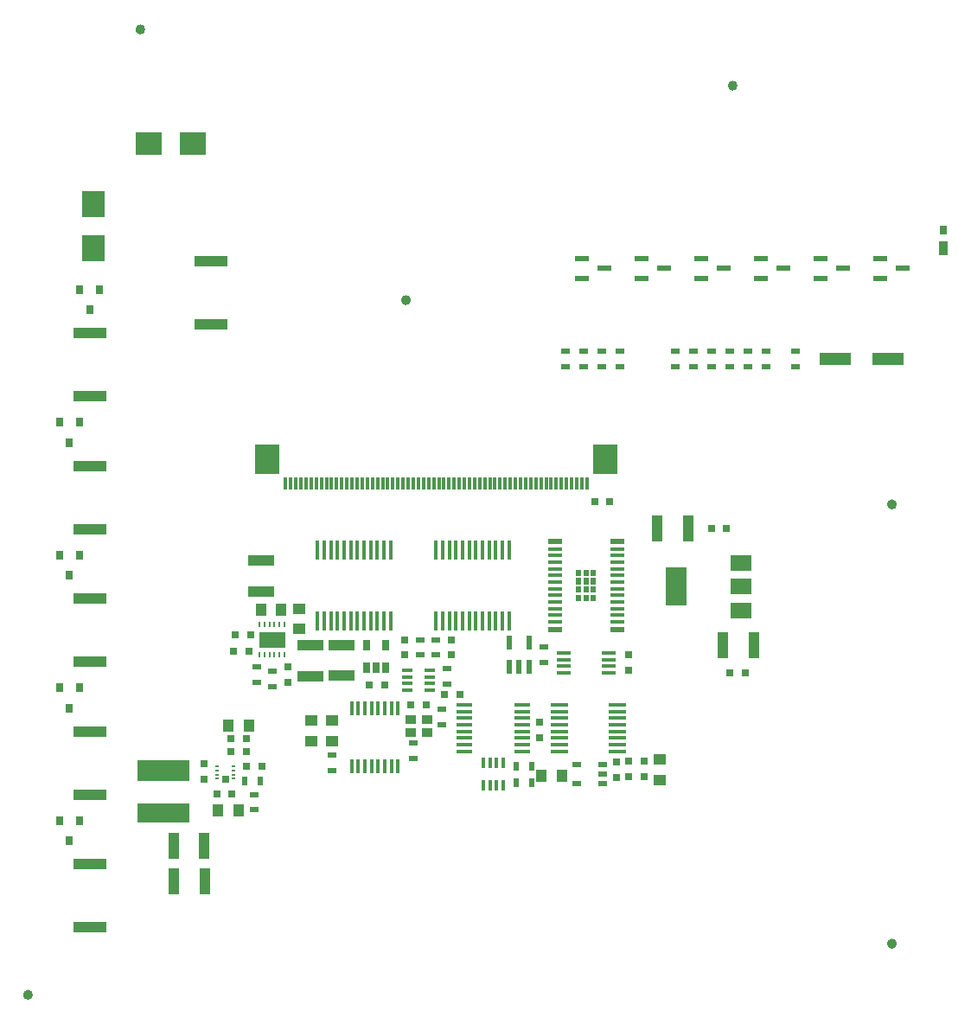
<source format=gtp>
G04 #@! TF.GenerationSoftware,KiCad,Pcbnew,(5.1.6-0-10_14)*
G04 #@! TF.CreationDate,2021-10-06T17:17:57+09:00*
G04 #@! TF.ProjectId,qPCR-main,71504352-2d6d-4616-996e-2e6b69636164,rev?*
G04 #@! TF.SameCoordinates,Original*
G04 #@! TF.FileFunction,Paste,Top*
G04 #@! TF.FilePolarity,Positive*
%FSLAX46Y46*%
G04 Gerber Fmt 4.6, Leading zero omitted, Abs format (unit mm)*
G04 Created by KiCad (PCBNEW (5.1.6-0-10_14)) date 2021-10-06 17:17:57*
%MOMM*%
%LPD*%
G01*
G04 APERTURE LIST*
%ADD10C,0.475000*%
%ADD11C,0.100000*%
%ADD12R,1.350000X0.600000*%
%ADD13R,1.350000X0.400000*%
%ADD14R,0.440000X1.900000*%
%ADD15R,0.457200X0.200000*%
%ADD16R,0.678200X0.711200*%
%ADD17R,0.249999X0.499999*%
%ADD18R,2.500000X1.500000*%
%ADD19R,0.750000X0.800000*%
%ADD20R,1.000000X1.250000*%
%ADD21R,1.000000X2.500000*%
%ADD22R,0.800000X0.750000*%
%ADD23R,1.570000X0.410000*%
%ADD24R,0.355600X1.473200*%
%ADD25R,0.900000X0.500000*%
%ADD26R,1.000000X0.900000*%
%ADD27R,1.250000X1.000000*%
%ADD28R,1.450000X0.450000*%
%ADD29R,1.450000X0.400000*%
%ADD30R,1.320800X0.558800*%
%ADD31R,0.650000X1.060000*%
%ADD32R,1.060000X0.400000*%
%ADD33R,0.400000X1.060000*%
%ADD34R,1.676400X0.355600*%
%ADD35R,0.800000X0.900000*%
%ADD36R,2.000000X1.500000*%
%ADD37R,2.000000X3.800000*%
%ADD38R,2.400000X3.000000*%
%ADD39R,0.300000X1.250000*%
%ADD40R,0.825500X0.508000*%
%ADD41R,3.098800X1.219200*%
%ADD42R,5.100000X1.900000*%
%ADD43R,5.100000X2.100000*%
%ADD44R,2.500000X1.000000*%
%ADD45R,2.500000X2.300000*%
%ADD46R,2.300000X2.500000*%
%ADD47R,0.500000X0.900000*%
%ADD48R,3.200000X1.000000*%
%ADD49R,0.889000X1.397000*%
%ADD50R,0.762000X0.863600*%
%ADD51R,0.558800X1.473200*%
G04 APERTURE END LIST*
D10*
X125137500Y-79500000D02*
G75*
G03*
X125137500Y-79500000I-237500J0D01*
G01*
X172737500Y-99500000D02*
G75*
G03*
X172737500Y-99500000I-237500J0D01*
G01*
X172737500Y-142500000D02*
G75*
G03*
X172737500Y-142500000I-237500J0D01*
G01*
X88137500Y-147500000D02*
G75*
G03*
X88137500Y-147500000I-237500J0D01*
G01*
X157137500Y-58500000D02*
G75*
G03*
X157137500Y-58500000I-237500J0D01*
G01*
X99137500Y-53000000D02*
G75*
G03*
X99137500Y-53000000I-237500J0D01*
G01*
D11*
G36*
X142080000Y-108350000D02*
G01*
X142080000Y-108950000D01*
X141580000Y-108950000D01*
X141580000Y-108350000D01*
X142080000Y-108350000D01*
G37*
G36*
X143480000Y-108350000D02*
G01*
X143480000Y-108950000D01*
X142980000Y-108950000D01*
X142980000Y-108350000D01*
X143480000Y-108350000D01*
G37*
G36*
X143480000Y-107530000D02*
G01*
X143480000Y-108130000D01*
X142980000Y-108130000D01*
X142980000Y-107530000D01*
X143480000Y-107530000D01*
G37*
G36*
X142080000Y-107530000D02*
G01*
X142080000Y-108130000D01*
X141580000Y-108130000D01*
X141580000Y-107530000D01*
X142080000Y-107530000D01*
G37*
G36*
X142780000Y-107530000D02*
G01*
X142780000Y-108130000D01*
X142280000Y-108130000D01*
X142280000Y-107530000D01*
X142780000Y-107530000D01*
G37*
G36*
X142780000Y-108350000D02*
G01*
X142780000Y-108950000D01*
X142280000Y-108950000D01*
X142280000Y-108350000D01*
X142780000Y-108350000D01*
G37*
G36*
X142080000Y-105890000D02*
G01*
X142080000Y-106490000D01*
X141580000Y-106490000D01*
X141580000Y-105890000D01*
X142080000Y-105890000D01*
G37*
G36*
X143480000Y-105890000D02*
G01*
X143480000Y-106490000D01*
X142980000Y-106490000D01*
X142980000Y-105890000D01*
X143480000Y-105890000D01*
G37*
G36*
X142780000Y-105890000D02*
G01*
X142780000Y-106490000D01*
X142280000Y-106490000D01*
X142280000Y-105890000D01*
X142780000Y-105890000D01*
G37*
G36*
X143480000Y-106710000D02*
G01*
X143480000Y-107310000D01*
X142980000Y-107310000D01*
X142980000Y-106710000D01*
X143480000Y-106710000D01*
G37*
G36*
X142080000Y-106710000D02*
G01*
X142080000Y-107310000D01*
X141580000Y-107310000D01*
X141580000Y-106710000D01*
X142080000Y-106710000D01*
G37*
G36*
X142780000Y-106710000D02*
G01*
X142780000Y-107310000D01*
X142280000Y-107310000D01*
X142280000Y-106710000D01*
X142780000Y-106710000D01*
G37*
D12*
X145580000Y-103105000D03*
X139480000Y-103105000D03*
D13*
X145580000Y-103855000D03*
X139480000Y-103855000D03*
X145580000Y-104505000D03*
X139480000Y-104505000D03*
X145580000Y-105155000D03*
X139480000Y-105155000D03*
X145580000Y-105805000D03*
X139480000Y-105805000D03*
X145580000Y-106455000D03*
X139480000Y-106455000D03*
X145580000Y-107105000D03*
X139480000Y-107105000D03*
X145580000Y-107755000D03*
X139480000Y-107755000D03*
X145580000Y-108405000D03*
X139480000Y-108405000D03*
X145580000Y-109055000D03*
X139480000Y-109055000D03*
X145580000Y-109705000D03*
X139480000Y-109705000D03*
X145580000Y-110355000D03*
X139480000Y-110355000D03*
X145580000Y-111005000D03*
X139480000Y-111005000D03*
D12*
X145580000Y-111755000D03*
X139480000Y-111755000D03*
D14*
X127855000Y-110935000D03*
X128505000Y-110935000D03*
X129155000Y-110935000D03*
X129805000Y-110935000D03*
X130455000Y-110935000D03*
X131105000Y-110935000D03*
X131755000Y-110935000D03*
X132405000Y-110935000D03*
X133055000Y-110935000D03*
X133705000Y-110935000D03*
X134355000Y-110935000D03*
X135005000Y-110935000D03*
X135005000Y-103925000D03*
X134355000Y-103925000D03*
X133705000Y-103925000D03*
X133055000Y-103925000D03*
X132405000Y-103925000D03*
X131755000Y-103925000D03*
X131105000Y-103925000D03*
X130455000Y-103925000D03*
X129805000Y-103925000D03*
X129155000Y-103925000D03*
X128505000Y-103925000D03*
X127855000Y-103925000D03*
X116255000Y-110935000D03*
X116905000Y-110935000D03*
X117555000Y-110935000D03*
X118205000Y-110935000D03*
X118855000Y-110935000D03*
X119505000Y-110935000D03*
X120155000Y-110935000D03*
X120805000Y-110935000D03*
X121455000Y-110935000D03*
X122105000Y-110935000D03*
X122755000Y-110935000D03*
X123405000Y-110935000D03*
X123405000Y-103925000D03*
X122755000Y-103925000D03*
X122105000Y-103925000D03*
X121455000Y-103925000D03*
X120805000Y-103925000D03*
X120155000Y-103925000D03*
X119505000Y-103925000D03*
X118855000Y-103925000D03*
X118205000Y-103925000D03*
X117555000Y-103925000D03*
X116905000Y-103925000D03*
X116255000Y-103925000D03*
D15*
X106445000Y-125150001D03*
X106445000Y-125550000D03*
X106445000Y-125950000D03*
X106445000Y-126349999D03*
X107995000Y-126349999D03*
X107995000Y-125950000D03*
X107995000Y-125550000D03*
X107995000Y-125150001D03*
D16*
X107220000Y-126398000D03*
D17*
X110540000Y-114180000D03*
X111039999Y-114180000D03*
X111540000Y-114180000D03*
X112040000Y-114180000D03*
X112540001Y-114180000D03*
X113040000Y-114180000D03*
X113040000Y-111280000D03*
X112540001Y-111280000D03*
X112040000Y-111280000D03*
X111540000Y-111280000D03*
X111039999Y-111280000D03*
X110540000Y-111280000D03*
D18*
X111790000Y-112730000D03*
D19*
X105150000Y-126400000D03*
X105150000Y-124900000D03*
D20*
X108500000Y-129480000D03*
X106500000Y-129480000D03*
D21*
X102150000Y-132910000D03*
X105150000Y-132910000D03*
D22*
X107880000Y-127800000D03*
X106380000Y-127800000D03*
D23*
X136340000Y-119125000D03*
X136340000Y-119775000D03*
X136340000Y-120425000D03*
X136340000Y-121075000D03*
X136340000Y-121725000D03*
X136340000Y-122375000D03*
X136340000Y-123025000D03*
X136340000Y-123675000D03*
X130600000Y-123675000D03*
X130600000Y-123025000D03*
X130600000Y-122375000D03*
X130600000Y-121725000D03*
X130600000Y-121075000D03*
X130600000Y-120425000D03*
X130600000Y-119775000D03*
X130600000Y-119125000D03*
D24*
X124144999Y-125129400D03*
X123494998Y-125129400D03*
X122844999Y-125129400D03*
X122194998Y-125129400D03*
X121544999Y-125129400D03*
X120895001Y-125129400D03*
X120244999Y-125129400D03*
X119595001Y-125129400D03*
X119595001Y-119490600D03*
X120245002Y-119490600D03*
X120895001Y-119490600D03*
X121545002Y-119490600D03*
X122195001Y-119490600D03*
X122844999Y-119490600D03*
X123495001Y-119490600D03*
X124144999Y-119490600D03*
D25*
X117660000Y-125520000D03*
X117660000Y-124020000D03*
X128460000Y-119570000D03*
X128460000Y-121070000D03*
D22*
X126900000Y-119140000D03*
X125400000Y-119140000D03*
D26*
X126962500Y-120577500D03*
X125337500Y-120577500D03*
X125337500Y-121802500D03*
X126962500Y-121802500D03*
D27*
X115640000Y-120660000D03*
X115640000Y-122660000D03*
D28*
X140330000Y-114000000D03*
D29*
X140330000Y-114675000D03*
X140330000Y-115325000D03*
D28*
X140330000Y-116000000D03*
X144730000Y-116000000D03*
D29*
X144730000Y-115325000D03*
X144730000Y-114675000D03*
D28*
X144730000Y-114000000D03*
D30*
X173525532Y-76400000D03*
X171341132Y-77339800D03*
X171341132Y-75460200D03*
X167692199Y-76400000D03*
X165507799Y-77339800D03*
X165507799Y-75460200D03*
X148007800Y-75460200D03*
X148007800Y-77339800D03*
X150192200Y-76400000D03*
X144358867Y-76400000D03*
X142174467Y-77339800D03*
X142174467Y-75460200D03*
X159674466Y-75460200D03*
X159674466Y-77339800D03*
X161858866Y-76400000D03*
X153841133Y-75460200D03*
X153841133Y-77339800D03*
X156025533Y-76400000D03*
D31*
X121030000Y-113320000D03*
X122930000Y-113320000D03*
X122930000Y-115520000D03*
X121980000Y-115520000D03*
X121030000Y-115520000D03*
D32*
X125010000Y-115730000D03*
X125010000Y-116380000D03*
X125010000Y-117040000D03*
X125010000Y-117690000D03*
X127210000Y-117690000D03*
X127210000Y-117040000D03*
X127210000Y-116380000D03*
X127210000Y-115730000D03*
D33*
X134450000Y-126980000D03*
X133800000Y-126980000D03*
X133140000Y-126980000D03*
X132490000Y-126980000D03*
X132490000Y-124780000D03*
X133140000Y-124780000D03*
X133800000Y-124780000D03*
X134450000Y-124780000D03*
D34*
X145579400Y-119125001D03*
X145579400Y-119775002D03*
X145579400Y-120425001D03*
X145579400Y-121075002D03*
X145579400Y-121725001D03*
X145579400Y-122374999D03*
X145579400Y-123025001D03*
X145579400Y-123674999D03*
X139940600Y-123674999D03*
X139940600Y-123024998D03*
X139940600Y-122374999D03*
X139940600Y-121724998D03*
X139940600Y-121074999D03*
X139940600Y-120425001D03*
X139940600Y-119774999D03*
X139940600Y-119125001D03*
D35*
X93936000Y-80450000D03*
X92986000Y-78450000D03*
X94886000Y-78450000D03*
X92926000Y-91450000D03*
X91026000Y-91450000D03*
X91976000Y-93450000D03*
X91976000Y-106450000D03*
X91026000Y-104450000D03*
X92926000Y-104450000D03*
X92926000Y-117450000D03*
X91026000Y-117450000D03*
X91976000Y-119450000D03*
X91976000Y-132450000D03*
X91026000Y-130450000D03*
X92926000Y-130450000D03*
D36*
X157700000Y-109860000D03*
X157700000Y-105260000D03*
X157700000Y-107560000D03*
D37*
X151400000Y-107560000D03*
D38*
X111330000Y-95105000D03*
X144430000Y-95105000D03*
D39*
X113130000Y-97430000D03*
X113630000Y-97430000D03*
X114130000Y-97430000D03*
X114630000Y-97430000D03*
X115130000Y-97430000D03*
X115630000Y-97430000D03*
X116130000Y-97430000D03*
X116630000Y-97430000D03*
X117130000Y-97430000D03*
X117630000Y-97430000D03*
X118130000Y-97430000D03*
X118630000Y-97430000D03*
X119130000Y-97430000D03*
X119630000Y-97430000D03*
X120130000Y-97430000D03*
X120630000Y-97430000D03*
X121130000Y-97430000D03*
X121630000Y-97430000D03*
X122130000Y-97430000D03*
X122630000Y-97430000D03*
X123130000Y-97430000D03*
X123630000Y-97430000D03*
X124130000Y-97430000D03*
X124630000Y-97430000D03*
X125130000Y-97430000D03*
X125630000Y-97430000D03*
X126130000Y-97430000D03*
X126630000Y-97430000D03*
X127130000Y-97430000D03*
X127630000Y-97430000D03*
X128130000Y-97430000D03*
X128630000Y-97430000D03*
X129130000Y-97430000D03*
X129630000Y-97430000D03*
X130130000Y-97430000D03*
X130630000Y-97430000D03*
X131130000Y-97430000D03*
X131630000Y-97430000D03*
X132130000Y-97430000D03*
X132630000Y-97430000D03*
X133130000Y-97430000D03*
X133630000Y-97430000D03*
X134130000Y-97430000D03*
X134630000Y-97430000D03*
X135130000Y-97430000D03*
X135630000Y-97430000D03*
X136130000Y-97430000D03*
X136630000Y-97430000D03*
X137130000Y-97430000D03*
X137630000Y-97430000D03*
X138130000Y-97430000D03*
X138630000Y-97430000D03*
X139130000Y-97430000D03*
X139630000Y-97430000D03*
X140130000Y-97430000D03*
X140630000Y-97430000D03*
X141130000Y-97430000D03*
X141630000Y-97430000D03*
X142130000Y-97430000D03*
X142630000Y-97430000D03*
D40*
X141636350Y-126832500D03*
X141636350Y-124927500D03*
X144163650Y-124940200D03*
X144163650Y-125880000D03*
X144163650Y-126819800D03*
D41*
X172092700Y-85270000D03*
X166987300Y-85270000D03*
D42*
X101200000Y-129730000D03*
D43*
X101200000Y-125530000D03*
D27*
X117660000Y-122640000D03*
X117660000Y-120640000D03*
D19*
X138000000Y-122330000D03*
X138000000Y-120830000D03*
D22*
X128690000Y-118080000D03*
X130190000Y-118080000D03*
D19*
X124820000Y-112730000D03*
X124820000Y-114230000D03*
X129392000Y-114230000D03*
X129392000Y-112730000D03*
D22*
X121340000Y-117160000D03*
X122840000Y-117160000D03*
D19*
X146720000Y-114250000D03*
X146720000Y-115750000D03*
D22*
X143380000Y-99250000D03*
X144880000Y-99250000D03*
X109290000Y-125110000D03*
X110790000Y-125110000D03*
X109258000Y-123704000D03*
X107758000Y-123704000D03*
X109258000Y-122434000D03*
X107758000Y-122434000D03*
D20*
X107508000Y-121164000D03*
X109508000Y-121164000D03*
D21*
X105210000Y-136430000D03*
X102210000Y-136430000D03*
D27*
X149760000Y-126460000D03*
X149760000Y-124460000D03*
D21*
X149550000Y-101880000D03*
X152550000Y-101880000D03*
D22*
X146730000Y-124640000D03*
X148230000Y-124640000D03*
X154800000Y-101880000D03*
X156300000Y-101880000D03*
X146730000Y-126130000D03*
X148230000Y-126130000D03*
D21*
X155950000Y-113280000D03*
X158950000Y-113280000D03*
D22*
X158160000Y-115960000D03*
X156660000Y-115960000D03*
D19*
X145540000Y-124700000D03*
X145540000Y-126200000D03*
D20*
X138160000Y-126060000D03*
X140160000Y-126060000D03*
D44*
X110720000Y-105000000D03*
X110720000Y-108000000D03*
D19*
X113330000Y-115410000D03*
X113330000Y-116910000D03*
D22*
X108210000Y-112270000D03*
X109710000Y-112270000D03*
X109540000Y-113890000D03*
X108040000Y-113890000D03*
D20*
X112700000Y-109790000D03*
X110700000Y-109790000D03*
D44*
X115560000Y-113310000D03*
X115560000Y-116310000D03*
X118570000Y-116270000D03*
X118570000Y-113270000D03*
D45*
X104020000Y-64130000D03*
X99720000Y-64130000D03*
D46*
X94270000Y-70140000D03*
X94270000Y-74440000D03*
D27*
X114460000Y-109680000D03*
X114460000Y-111680000D03*
D25*
X145896000Y-86000000D03*
X145896000Y-84500000D03*
X144118000Y-84500000D03*
X144118000Y-86000000D03*
X158422000Y-86000000D03*
X158422000Y-84500000D03*
X156644000Y-84500000D03*
X156644000Y-86000000D03*
X151310000Y-86000000D03*
X151310000Y-84500000D03*
X140562000Y-84500000D03*
X140562000Y-86000000D03*
X142340000Y-84500000D03*
X142340000Y-86000000D03*
X153088000Y-84500000D03*
X153088000Y-86000000D03*
X154866000Y-84500000D03*
X154866000Y-86000000D03*
X125650000Y-124350000D03*
X125650000Y-122850000D03*
X126344000Y-112730000D03*
X126344000Y-114230000D03*
X127868000Y-114230000D03*
X127868000Y-112730000D03*
X128960000Y-115550000D03*
X128960000Y-117050000D03*
X138380000Y-114988000D03*
X138380000Y-113488000D03*
D47*
X137220000Y-126740000D03*
X135720000Y-126740000D03*
X137220000Y-125130000D03*
X135720000Y-125130000D03*
X110640000Y-126560000D03*
X109140000Y-126560000D03*
D25*
X110080000Y-127900000D03*
X110080000Y-129400000D03*
X160200000Y-84500000D03*
X160200000Y-86000000D03*
X163050000Y-84500000D03*
X163050000Y-86000000D03*
D48*
X93936000Y-82720000D03*
X93936000Y-88920000D03*
X93936000Y-101920000D03*
X93936000Y-95720000D03*
X93936000Y-108720000D03*
X93936000Y-114920000D03*
X93936000Y-127920000D03*
X93936000Y-121720000D03*
X93936000Y-134720000D03*
X93936000Y-140920000D03*
D25*
X110300000Y-115410000D03*
X110300000Y-116910000D03*
X111860000Y-117310000D03*
X111860000Y-115810000D03*
D49*
X177510000Y-74429300D03*
D50*
X177510000Y-72664000D03*
D51*
X135039999Y-113044200D03*
X136940001Y-113044200D03*
X136940001Y-115431800D03*
X135990000Y-115431800D03*
X135039999Y-115431800D03*
D48*
X105820000Y-81860000D03*
X105820000Y-75660000D03*
M02*

</source>
